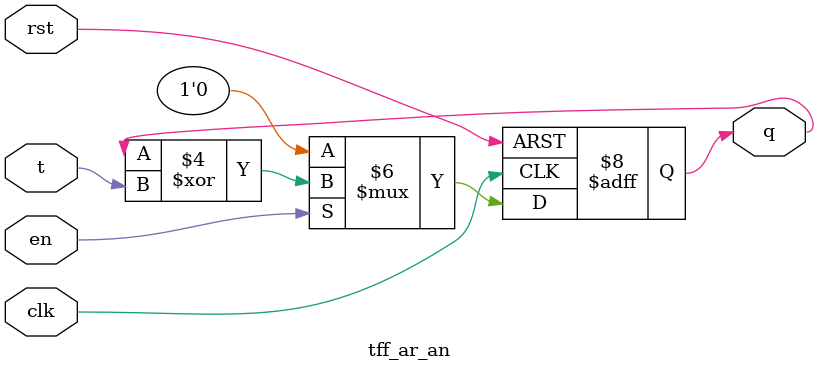
<source format=v>
module tff_ar_an(
    input t,en,clk,rst,
    output reg q
);
    always @(posedge clk, negedge rst)
    begin
        if(!rst)
            q <= 1'b0;
        else if(clk) 
            if(en == 1)
                q <= q^t;
            else
                q<= 1'b0;
    end
endmodule

/*
module tff_ar(
    input t,en,clk,rst,
    output q
);

wire w;
assign w=(q^t) & en;
dff_ar TFF (.d(w), .clk(clk), .rst(rst), .q(q));
endmodule
*/
</source>
